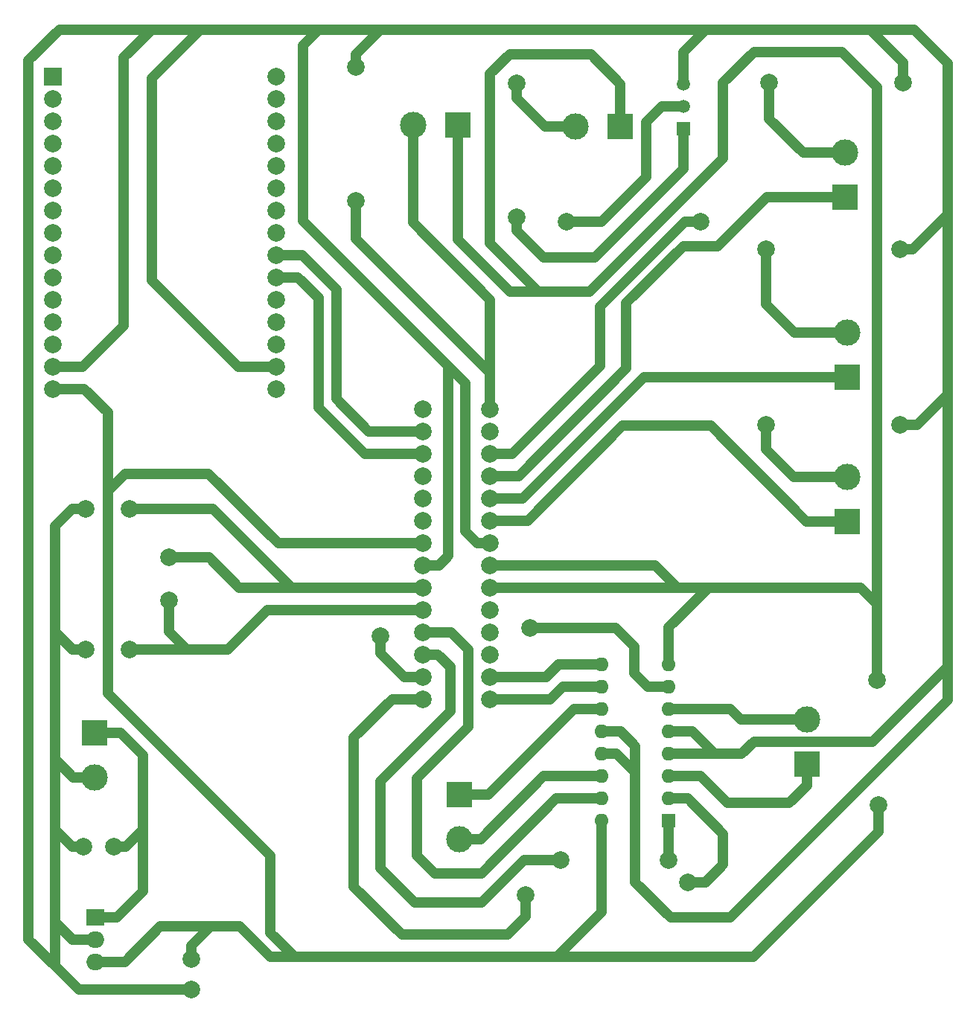
<source format=gbr>
%TF.GenerationSoftware,KiCad,Pcbnew,8.0.7*%
%TF.CreationDate,2025-11-24T17:01:22-03:00*%
%TF.ProjectId,PP,50502e6b-6963-4616-945f-706362585858,rev?*%
%TF.SameCoordinates,Original*%
%TF.FileFunction,Copper,L2,Bot*%
%TF.FilePolarity,Positive*%
%FSLAX46Y46*%
G04 Gerber Fmt 4.6, Leading zero omitted, Abs format (unit mm)*
G04 Created by KiCad (PCBNEW 8.0.7) date 2025-11-24 17:01:22*
%MOMM*%
%LPD*%
G01*
G04 APERTURE LIST*
%TA.AperFunction,ComponentPad*%
%ADD10C,2.000000*%
%TD*%
%TA.AperFunction,ComponentPad*%
%ADD11R,2.000000X1.905000*%
%TD*%
%TA.AperFunction,ComponentPad*%
%ADD12O,2.000000X1.905000*%
%TD*%
%TA.AperFunction,ComponentPad*%
%ADD13R,3.000000X3.000000*%
%TD*%
%TA.AperFunction,ComponentPad*%
%ADD14C,3.000000*%
%TD*%
%TA.AperFunction,ComponentPad*%
%ADD15R,1.500000X1.500000*%
%TD*%
%TA.AperFunction,ComponentPad*%
%ADD16C,1.500000*%
%TD*%
%TA.AperFunction,ComponentPad*%
%ADD17R,1.600000X1.600000*%
%TD*%
%TA.AperFunction,ComponentPad*%
%ADD18O,1.600000X1.600000*%
%TD*%
%TA.AperFunction,ComponentPad*%
%ADD19R,2.000000X2.000000*%
%TD*%
%TA.AperFunction,ViaPad*%
%ADD20C,2.000000*%
%TD*%
%TA.AperFunction,Conductor*%
%ADD21C,1.200000*%
%TD*%
G04 APERTURE END LIST*
D10*
%TO.P,C2,1*%
%TO.N,XTAL2*%
X51500000Y-90500000D03*
%TO.P,C2,2*%
%TO.N,GND*%
X46500000Y-90500000D03*
%TD*%
%TO.P,R2,1*%
%TO.N,GND*%
X139080000Y-44960000D03*
%TO.P,R2,2*%
%TO.N,Net-(J2-Pin_2)*%
X123840000Y-44960000D03*
%TD*%
%TO.P,R3,1*%
%TO.N,GND*%
X139490000Y-26000000D03*
%TO.P,R3,2*%
%TO.N,Net-(J3-Pin_2)*%
X124250000Y-26000000D03*
%TD*%
D11*
%TO.P,U4,1,VI*%
%TO.N,9V*%
X47555000Y-120960000D03*
D12*
%TO.P,U4,2,GND*%
%TO.N,GND*%
X47555000Y-123500000D03*
%TO.P,U4,3,VO*%
%TO.N,5V*%
X47555000Y-126040000D03*
%TD*%
D13*
%TO.P,J6,1,Pin_1*%
%TO.N,OUPUTA*%
X128500000Y-103540000D03*
D14*
%TO.P,J6,2,Pin_2*%
%TO.N,OUPUTA-*%
X128500000Y-98460000D03*
%TD*%
D10*
%TO.P,Y1,1,1*%
%TO.N,XTAL1*%
X56000000Y-80050000D03*
%TO.P,Y1,2,2*%
%TO.N,XTAL2*%
X56000000Y-84930000D03*
%TD*%
D13*
%TO.P,J8,1,Pin_1*%
%TO.N,9V*%
X47500000Y-99960000D03*
D14*
%TO.P,J8,2,Pin_2*%
%TO.N,GND*%
X47500000Y-105040000D03*
%TD*%
D10*
%TO.P,C1,1*%
%TO.N,XTAL1*%
X51500000Y-74500000D03*
%TO.P,C1,2*%
%TO.N,GND*%
X46500000Y-74500000D03*
%TD*%
%TO.P,C3,1*%
%TO.N,9V*%
X49750000Y-112950000D03*
%TO.P,C3,2*%
%TO.N,GND*%
X46250000Y-112950000D03*
%TD*%
D15*
%TO.P,Q1,1,C*%
%TO.N,Net-(Q1-C)*%
X114490652Y-31290994D03*
D16*
%TO.P,Q1,2,B*%
%TO.N,Net-(Q1-B)*%
X114490652Y-28750994D03*
%TO.P,Q1,3,E*%
%TO.N,GND*%
X114490652Y-26210994D03*
%TD*%
D13*
%TO.P,J3,1,Pin_1*%
%TO.N,LED3*%
X132870000Y-39040000D03*
D14*
%TO.P,J3,2,Pin_2*%
%TO.N,Net-(J3-Pin_2)*%
X132870000Y-33960000D03*
%TD*%
D10*
%TO.P,R5,1*%
%TO.N,Net-(J4-Pin_2)*%
X95500000Y-26130000D03*
%TO.P,R5,2*%
%TO.N,Net-(Q1-C)*%
X95500000Y-41370000D03*
%TD*%
%TO.P,R6,1*%
%TO.N,LDR*%
X77250000Y-39490000D03*
%TO.P,R6,2*%
%TO.N,GND*%
X77250000Y-24250000D03*
%TD*%
%TO.P,U1,1,~{RESET}/PC6*%
%TO.N,unconnected-(U1-~{RESET}{slash}PC6-Pad1)*%
X84880000Y-63140000D03*
%TO.P,U1,2,PD0*%
%TO.N,TX*%
X84880000Y-65680000D03*
%TO.P,U1,3,PD1*%
%TO.N,RX*%
X84880000Y-68220000D03*
%TO.P,U1,4,PD2*%
%TO.N,unconnected-(U1-PD2-Pad4)*%
X84880000Y-70760000D03*
%TO.P,U1,5,PD3*%
%TO.N,unconnected-(U1-PD3-Pad5)*%
X84880000Y-73300000D03*
%TO.P,U1,6,PD4*%
%TO.N,unconnected-(U1-PD4-Pad6)*%
X84880000Y-75840000D03*
%TO.P,U1,7,VCC*%
%TO.N,5V*%
X84880000Y-78380000D03*
%TO.P,U1,8,GND*%
%TO.N,GND*%
X84880000Y-80920000D03*
%TO.P,U1,9,XTAL1/PB6*%
%TO.N,XTAL1*%
X84880000Y-83460000D03*
%TO.P,U1,10,XTAL2/PB7*%
%TO.N,XTAL2*%
X84880000Y-86000000D03*
%TO.P,U1,11,PD5*%
%TO.N,IN4B*%
X84880000Y-88540000D03*
%TO.P,U1,12,PD6*%
%TO.N,SPEEDA*%
X84880000Y-91080000D03*
%TO.P,U1,13,PD7*%
%TO.N,IN2A*%
X84880000Y-93620000D03*
%TO.P,U1,14,PB0*%
%TO.N,IN1A*%
X84880000Y-96160000D03*
%TO.P,U1,15,PB1*%
%TO.N,IN3B*%
X92500000Y-96160000D03*
%TO.P,U1,16,PB2*%
%TO.N,SPEEDB*%
X92500000Y-93620000D03*
%TO.P,U1,17,PB3*%
%TO.N,unconnected-(U1-PB3-Pad17)*%
X92500000Y-91080000D03*
%TO.P,U1,18,PB4*%
%TO.N,unconnected-(U1-PB4-Pad18)*%
X92500000Y-88540000D03*
%TO.P,U1,19,PB5*%
%TO.N,unconnected-(U1-PB5-Pad19)*%
X92500000Y-86000000D03*
%TO.P,U1,20,AVCC*%
%TO.N,5V*%
X92500000Y-83460000D03*
%TO.P,U1,21,AREF*%
X92500000Y-80920000D03*
%TO.P,U1,22,GND*%
%TO.N,GND*%
X92500000Y-78380000D03*
%TO.P,U1,23,PC0*%
%TO.N,LED1*%
X92500000Y-75840000D03*
%TO.P,U1,24,PC1*%
%TO.N,LED2*%
X92500000Y-73300000D03*
%TO.P,U1,25,PC2*%
%TO.N,LED3*%
X92500000Y-70760000D03*
%TO.P,U1,26,PC3*%
%TO.N,LAZER*%
X92500000Y-68220000D03*
%TO.P,U1,27,PC4*%
%TO.N,unconnected-(U1-PC4-Pad27)*%
X92500000Y-65680000D03*
%TO.P,U1,28,PC5*%
%TO.N,LDR*%
X92500000Y-63140000D03*
%TD*%
D17*
%TO.P,U2,1,EN1\u002C2*%
%TO.N,SPEEDA*%
X112800000Y-110000000D03*
D18*
%TO.P,U2,2,1A*%
%TO.N,IN1A*%
X112800000Y-107460000D03*
%TO.P,U2,3,1Y*%
%TO.N,OUPUTA*%
X112800000Y-104920000D03*
%TO.P,U2,4,GND*%
%TO.N,GND*%
X112800000Y-102380000D03*
%TO.P,U2,5,GND*%
X112800000Y-99840000D03*
%TO.P,U2,6,2Y*%
%TO.N,OUPUTA-*%
X112800000Y-97300000D03*
%TO.P,U2,7,2A*%
%TO.N,IN2A*%
X112800000Y-94760000D03*
%TO.P,U2,8,VCC2*%
%TO.N,5V*%
X112800000Y-92220000D03*
%TO.P,U2,9,EN3\u002C4*%
%TO.N,SPEEDB*%
X105180000Y-92220000D03*
%TO.P,U2,10,3A*%
%TO.N,IN3B*%
X105180000Y-94760000D03*
%TO.P,U2,11,3Y*%
%TO.N,OUPUTB*%
X105180000Y-97300000D03*
%TO.P,U2,12,GND*%
%TO.N,GND*%
X105180000Y-99840000D03*
%TO.P,U2,13,GND*%
X105180000Y-102380000D03*
%TO.P,U2,14,4Y*%
%TO.N,OUPUTB-*%
X105180000Y-104920000D03*
%TO.P,U2,15,4A*%
%TO.N,IN4B*%
X105180000Y-107460000D03*
%TO.P,U2,16,VCC1*%
%TO.N,5V*%
X105180000Y-110000000D03*
%TD*%
D13*
%TO.P,J7,1,Pin_1*%
%TO.N,OUPUTB*%
X89000000Y-107000000D03*
D14*
%TO.P,J7,2,Pin_2*%
%TO.N,OUPUTB-*%
X89000000Y-112080000D03*
%TD*%
D10*
%TO.P,R1,1*%
%TO.N,GND*%
X139080000Y-64960000D03*
%TO.P,R1,2*%
%TO.N,Net-(J1-Pin_2)*%
X123840000Y-64960000D03*
%TD*%
D13*
%TO.P,J1,1,Pin_1*%
%TO.N,LED1*%
X133080000Y-75960000D03*
D14*
%TO.P,J1,2,Pin_2*%
%TO.N,Net-(J1-Pin_2)*%
X133080000Y-70880000D03*
%TD*%
D19*
%TO.P,U3,1,EN*%
%TO.N,unconnected-(U3-EN-Pad1)*%
X42800000Y-25290000D03*
D10*
%TO.P,U3,2,SENSOR_VP*%
%TO.N,unconnected-(U3-SENSOR_VP-Pad2)*%
X42800000Y-27830000D03*
%TO.P,U3,3,SENSOR_VN*%
%TO.N,unconnected-(U3-SENSOR_VN-Pad3)*%
X42800000Y-30370000D03*
%TO.P,U3,4,IO34*%
%TO.N,unconnected-(U3-IO34-Pad4)*%
X42800000Y-32910000D03*
%TO.P,U3,5,IO35*%
%TO.N,unconnected-(U3-IO35-Pad5)*%
X42800000Y-35450000D03*
%TO.P,U3,6,IO32*%
%TO.N,unconnected-(U3-IO32-Pad6)*%
X42800000Y-37990000D03*
%TO.P,U3,7,IO33*%
%TO.N,unconnected-(U3-IO33-Pad7)*%
X42800000Y-40530000D03*
%TO.P,U3,8,IO25*%
%TO.N,unconnected-(U3-IO25-Pad8)*%
X42800000Y-43070000D03*
%TO.P,U3,9,IO26*%
%TO.N,unconnected-(U3-IO26-Pad9)*%
X42800000Y-45610000D03*
%TO.P,U3,10,IO27*%
%TO.N,unconnected-(U3-IO27-Pad10)*%
X42800000Y-48150000D03*
%TO.P,U3,11,IO14*%
%TO.N,unconnected-(U3-IO14-Pad11)*%
X42800000Y-50690000D03*
%TO.P,U3,12,IO12*%
%TO.N,unconnected-(U3-IO12-Pad12)*%
X42800000Y-53230000D03*
%TO.P,U3,13,IO13*%
%TO.N,unconnected-(U3-IO13-Pad13)*%
X42800000Y-55770000D03*
%TO.P,U3,14,GND*%
%TO.N,GND*%
X42800000Y-58310000D03*
%TO.P,U3,15,VIN*%
%TO.N,5V*%
X42800000Y-60850000D03*
%TO.P,U3,16,3V3*%
%TO.N,unconnected-(U3-3V3-Pad16)*%
X68200000Y-60850000D03*
%TO.P,U3,17,GND*%
%TO.N,GND*%
X68200000Y-58310000D03*
%TO.P,U3,18,IO15*%
%TO.N,unconnected-(U3-IO15-Pad18)*%
X68200000Y-55770000D03*
%TO.P,U3,19,IO2*%
%TO.N,unconnected-(U3-IO2-Pad19)*%
X68200000Y-53230000D03*
%TO.P,U3,20,IO4*%
%TO.N,unconnected-(U3-IO4-Pad20)*%
X68200000Y-50690000D03*
%TO.P,U3,21,IO16*%
%TO.N,RX*%
X68200000Y-48150000D03*
%TO.P,U3,22,IO17*%
%TO.N,TX*%
X68200000Y-45610000D03*
%TO.P,U3,23,IO5*%
%TO.N,unconnected-(U3-IO5-Pad23)*%
X68200000Y-43070000D03*
%TO.P,U3,24,IO18*%
%TO.N,unconnected-(U3-IO18-Pad24)*%
X68200000Y-40530000D03*
%TO.P,U3,25,IO19*%
%TO.N,unconnected-(U3-IO19-Pad25)*%
X68200000Y-37990000D03*
%TO.P,U3,26,IO21*%
%TO.N,unconnected-(U3-IO21-Pad26)*%
X68200000Y-35450000D03*
%TO.P,U3,27,RXD0/IO3*%
%TO.N,unconnected-(U3-RXD0{slash}IO3-Pad27)*%
X68200000Y-32910000D03*
%TO.P,U3,28,TXD0/IO1*%
%TO.N,unconnected-(U3-TXD0{slash}IO1-Pad28)*%
X68200000Y-30370000D03*
%TO.P,U3,29,IO22*%
%TO.N,unconnected-(U3-IO22-Pad29)*%
X68200000Y-27830000D03*
%TO.P,U3,30,IO23*%
%TO.N,unconnected-(U3-IO23-Pad30)*%
X68200000Y-25290000D03*
%TD*%
D13*
%TO.P,J5,1,Pin_1*%
%TO.N,5V*%
X88790000Y-30870000D03*
D14*
%TO.P,J5,2,Pin_2*%
%TO.N,LDR*%
X83710000Y-30870000D03*
%TD*%
D13*
%TO.P,J2,1,Pin_1*%
%TO.N,LED2*%
X133080000Y-59540000D03*
D14*
%TO.P,J2,2,Pin_2*%
%TO.N,Net-(J2-Pin_2)*%
X133080000Y-54460000D03*
%TD*%
D10*
%TO.P,R4,1*%
%TO.N,Net-(Q1-B)*%
X101159904Y-41844575D03*
%TO.P,R4,2*%
%TO.N,LAZER*%
X116399904Y-41844575D03*
%TD*%
D13*
%TO.P,J4,1,Pin_1*%
%TO.N,5V*%
X107290000Y-31000000D03*
D14*
%TO.P,J4,2,Pin_2*%
%TO.N,Net-(J4-Pin_2)*%
X102210000Y-31000000D03*
%TD*%
D10*
%TO.P,C4,1*%
%TO.N,5V*%
X58500000Y-125750000D03*
%TO.P,C4,2*%
%TO.N,GND*%
X58500000Y-129250000D03*
%TD*%
D20*
%TO.N,SPEEDA*%
X112800000Y-114500000D03*
X100500000Y-114500000D03*
%TO.N,IN2A*%
X80000000Y-89000000D03*
X97000000Y-88098902D03*
%TO.N,IN1A*%
X115000000Y-117000000D03*
X96500000Y-118500000D03*
%TO.N,5V*%
X136652000Y-108204000D03*
X136500000Y-93980000D03*
%TD*%
D21*
%TO.N,OUPUTB*%
X102011792Y-97300000D02*
X92311792Y-107000000D01*
X92311792Y-107000000D02*
X89000000Y-107000000D01*
X105180000Y-97300000D02*
X102011792Y-97300000D01*
%TO.N,IN2A*%
X106777691Y-88098902D02*
X97000000Y-88098902D01*
X108875416Y-90196627D02*
X106777691Y-88098902D01*
X108875416Y-93192590D02*
X108875416Y-90196627D01*
X110442826Y-94760000D02*
X108875416Y-93192590D01*
X112800000Y-94760000D02*
X110442826Y-94760000D01*
%TO.N,GND*%
X144500000Y-96292000D02*
X144500000Y-92500000D01*
X113000000Y-121000000D02*
X119792000Y-121000000D01*
X109000000Y-117000000D02*
X113000000Y-121000000D01*
X109000000Y-104500000D02*
X109000000Y-117000000D01*
X119792000Y-121000000D02*
X144500000Y-96292000D01*
%TO.N,LED1*%
X107543731Y-65073856D02*
X96777587Y-75840000D01*
X128469543Y-75960000D02*
X117583399Y-65073856D01*
X117583399Y-65073856D02*
X107543731Y-65073856D01*
X133080000Y-75960000D02*
X128469543Y-75960000D01*
X96777587Y-75840000D02*
X92500000Y-75840000D01*
%TO.N,LED3*%
X118408114Y-44591886D02*
X123960000Y-39040000D01*
X114495267Y-44591886D02*
X118408114Y-44591886D01*
X108000000Y-51087153D02*
X114495267Y-44591886D01*
X95740000Y-70760000D02*
X108000000Y-58500000D01*
X108000000Y-58500000D02*
X108000000Y-51087153D01*
X92500000Y-70760000D02*
X95740000Y-70760000D01*
X123960000Y-39040000D02*
X132870000Y-39040000D01*
%TO.N,SPEEDA*%
X86580000Y-91080000D02*
X84880000Y-91080000D01*
X88000000Y-92500000D02*
X86580000Y-91080000D01*
X88000000Y-97526256D02*
X88000000Y-92500000D01*
X80000000Y-105526256D02*
X88000000Y-97526256D01*
X83915808Y-119341098D02*
X80000000Y-115425290D01*
X80000000Y-115425290D02*
X80000000Y-105526256D01*
X91514657Y-119341098D02*
X83915808Y-119341098D01*
X96355755Y-114500000D02*
X91514657Y-119341098D01*
X100500000Y-114500000D02*
X96355755Y-114500000D01*
%TO.N,IN4B*%
X100040000Y-107460000D02*
X105180000Y-107460000D01*
X86212567Y-116000000D02*
X91500000Y-116000000D01*
X91500000Y-116000000D02*
X100040000Y-107460000D01*
X84201786Y-113989219D02*
X86212567Y-116000000D01*
X90000000Y-90500000D02*
X90000000Y-99366534D01*
X88040000Y-88540000D02*
X90000000Y-90500000D01*
X84880000Y-88540000D02*
X88040000Y-88540000D01*
X90000000Y-99366534D02*
X84201786Y-105164748D01*
X84201786Y-105164748D02*
X84201786Y-113989219D01*
%TO.N,IN1A*%
X77000000Y-100500000D02*
X81340000Y-96160000D01*
X81340000Y-96160000D02*
X84880000Y-96160000D01*
X77000000Y-117500000D02*
X77000000Y-100500000D01*
X82436000Y-122936000D02*
X77000000Y-117500000D01*
X94488000Y-122936000D02*
X82436000Y-122936000D01*
X96500000Y-120924000D02*
X94488000Y-122936000D01*
X96500000Y-118500000D02*
X96500000Y-120924000D01*
%TO.N,GND*%
X101500000Y-20000000D02*
X117000000Y-20000000D01*
X107340000Y-99840000D02*
X109000000Y-101500000D01*
X139080000Y-44960000D02*
X140540000Y-44960000D01*
X105180000Y-102380000D02*
X106880000Y-102380000D01*
X50848313Y-53651687D02*
X50848313Y-23151687D01*
X71250000Y-21750000D02*
X73000000Y-20000000D01*
X105180000Y-99840000D02*
X107340000Y-99840000D01*
X144500000Y-23792535D02*
X144500000Y-41000000D01*
X114490652Y-22509348D02*
X114490652Y-26210994D01*
X118000000Y-102380000D02*
X121120000Y-102380000D01*
X140707465Y-20000000D02*
X144500000Y-23792535D01*
X44950000Y-112950000D02*
X43000000Y-111000000D01*
X40000000Y-123500000D02*
X40000000Y-23500000D01*
X54000000Y-20000000D02*
X73000000Y-20000000D01*
X43000000Y-103000000D02*
X43000000Y-111000000D01*
X121120000Y-102380000D02*
X122500000Y-101000000D01*
X50848313Y-23151687D02*
X54000000Y-20000000D01*
X82500000Y-20000000D02*
X101500000Y-20000000D01*
X122500000Y-101000000D02*
X136000000Y-101000000D01*
X46500000Y-74500000D02*
X45000000Y-74500000D01*
X117000000Y-20000000D02*
X114490652Y-22509348D01*
X42800000Y-58310000D02*
X46190000Y-58310000D01*
X43000000Y-76500000D02*
X43000000Y-88500000D01*
X40000000Y-23500000D02*
X43500000Y-20000000D01*
X135750000Y-20000000D02*
X140707465Y-20000000D01*
X45000000Y-123500000D02*
X43000000Y-121500000D01*
X46250000Y-112950000D02*
X44950000Y-112950000D01*
X43000000Y-126500000D02*
X40000000Y-123500000D01*
X46500000Y-90500000D02*
X45000000Y-90500000D01*
X45750000Y-129250000D02*
X58500000Y-129250000D01*
X43000000Y-111000000D02*
X43000000Y-121500000D01*
X47500000Y-105040000D02*
X45040000Y-105040000D01*
X136000000Y-101000000D02*
X144500000Y-92500000D01*
X144500000Y-92500000D02*
X144500000Y-61500000D01*
X144500000Y-61500000D02*
X141040000Y-64960000D01*
X54000000Y-25500000D02*
X59500000Y-20000000D01*
X115460000Y-99840000D02*
X118000000Y-102380000D01*
X112800000Y-99840000D02*
X115460000Y-99840000D01*
X45000000Y-90500000D02*
X43000000Y-88500000D01*
X117000000Y-20000000D02*
X124000000Y-20000000D01*
X43000000Y-121500000D02*
X43000000Y-126500000D01*
X46190000Y-58310000D02*
X50848313Y-53651687D01*
X124000000Y-20000000D02*
X135750000Y-20000000D01*
X45040000Y-105040000D02*
X43000000Y-103000000D01*
X80000000Y-20000000D02*
X82500000Y-20000000D01*
X139490000Y-23740000D02*
X135750000Y-20000000D01*
X141040000Y-64960000D02*
X139080000Y-64960000D01*
X140540000Y-44960000D02*
X144500000Y-41000000D01*
X106880000Y-102380000D02*
X109000000Y-104500000D01*
X77250000Y-24250000D02*
X77250000Y-22750000D01*
X47555000Y-123500000D02*
X45000000Y-123500000D01*
X73000000Y-20000000D02*
X80000000Y-20000000D01*
X43500000Y-20000000D02*
X54000000Y-20000000D01*
X71250000Y-41750000D02*
X71250000Y-21750000D01*
X77250000Y-22750000D02*
X80000000Y-20000000D01*
X109000000Y-101500000D02*
X109000000Y-104500000D01*
X144500000Y-41000000D02*
X144500000Y-61500000D01*
X43000000Y-126500000D02*
X45750000Y-129250000D01*
X43000000Y-88500000D02*
X43000000Y-103000000D01*
X45000000Y-74500000D02*
X43000000Y-76500000D01*
X54000000Y-48500000D02*
X54000000Y-25500000D01*
X63810000Y-58310000D02*
X54000000Y-48500000D01*
X139490000Y-26000000D02*
X139490000Y-23740000D01*
X87750000Y-58250000D02*
X71250000Y-41750000D01*
X68200000Y-58310000D02*
X63810000Y-58310000D01*
X112800000Y-102380000D02*
X118000000Y-102380000D01*
%TO.N,XTAL1*%
X63960000Y-83460000D02*
X69960000Y-83460000D01*
X61000000Y-74500000D02*
X69960000Y-83460000D01*
X60550000Y-80050000D02*
X63960000Y-83460000D01*
X51500000Y-74500000D02*
X61000000Y-74500000D01*
X69960000Y-83460000D02*
X84880000Y-83460000D01*
X56000000Y-80050000D02*
X60550000Y-80050000D01*
%TO.N,XTAL2*%
X67125000Y-86000000D02*
X84880000Y-86000000D01*
X56000000Y-88500000D02*
X58000000Y-90500000D01*
X62625000Y-90500000D02*
X67125000Y-86000000D01*
X51500000Y-90500000D02*
X58000000Y-90500000D01*
X58000000Y-90500000D02*
X62625000Y-90500000D01*
X56000000Y-84930000D02*
X56000000Y-88500000D01*
%TO.N,9V*%
X47500000Y-99960000D02*
X50460000Y-99960000D01*
X53000000Y-118000000D02*
X50040000Y-120960000D01*
X53000000Y-102500000D02*
X53000000Y-111000000D01*
X51050000Y-112950000D02*
X53000000Y-111000000D01*
X53000000Y-111000000D02*
X53000000Y-118000000D01*
X50460000Y-99960000D02*
X53000000Y-102500000D01*
X49750000Y-112950000D02*
X51050000Y-112950000D01*
X50040000Y-120960000D02*
X47555000Y-120960000D01*
%TO.N,5V*%
X68380000Y-78380000D02*
X60500000Y-70500000D01*
X67500000Y-114000000D02*
X67500000Y-122750000D01*
X94714658Y-22785342D02*
X92500000Y-25000000D01*
X107290000Y-26133045D02*
X103942297Y-22785342D01*
X49000000Y-68500000D02*
X49000000Y-71000000D01*
X58500000Y-124250000D02*
X58500000Y-125750000D01*
X49000000Y-71000000D02*
X49000000Y-95500000D01*
X50989388Y-70500000D02*
X49000000Y-72489388D01*
X60500000Y-70500000D02*
X50989388Y-70500000D01*
X67500000Y-122750000D02*
X70250000Y-125500000D01*
X49000000Y-95500000D02*
X67500000Y-114000000D01*
X92500000Y-25000000D02*
X92500000Y-44268659D01*
X92500000Y-44268659D02*
X98000000Y-49768659D01*
X42800000Y-60850000D02*
X46350000Y-60850000D01*
X60750000Y-122000000D02*
X58500000Y-124250000D01*
X49000000Y-63500000D02*
X49000000Y-68500000D01*
X107290000Y-31000000D02*
X107290000Y-26133045D01*
X103942297Y-22785342D02*
X94714658Y-22785342D01*
X46350000Y-60850000D02*
X49000000Y-63500000D01*
%TO.N,Net-(J1-Pin_2)*%
X123840000Y-67710000D02*
X123840000Y-64960000D01*
X127010000Y-70880000D02*
X123840000Y-67710000D01*
X133080000Y-70880000D02*
X127010000Y-70880000D01*
%TO.N,Net-(J2-Pin_2)*%
X133080000Y-54460000D02*
X127090000Y-54460000D01*
X123840000Y-51210000D02*
X123840000Y-44960000D01*
X127090000Y-54460000D02*
X123840000Y-51210000D01*
%TO.N,LED2*%
X109960000Y-59540000D02*
X96200000Y-73300000D01*
X133080000Y-59540000D02*
X109960000Y-59540000D01*
X96200000Y-73300000D02*
X92500000Y-73300000D01*
%TO.N,Net-(J3-Pin_2)*%
X128090000Y-33960000D02*
X124250000Y-30120000D01*
X124250000Y-30120000D02*
X124250000Y-26000000D01*
X132870000Y-33960000D02*
X128090000Y-33960000D01*
%TO.N,Net-(J4-Pin_2)*%
X98750000Y-31000000D02*
X102210000Y-31000000D01*
X95500000Y-26130000D02*
X95500000Y-27750000D01*
X95500000Y-27750000D02*
X98750000Y-31000000D01*
%TO.N,LDR*%
X92500000Y-63140000D02*
X92500000Y-59000000D01*
X77250000Y-39490000D02*
X77250000Y-43750000D01*
X92500000Y-59000000D02*
X92500000Y-50750000D01*
X92500000Y-50750000D02*
X83710000Y-41960000D01*
X77250000Y-43750000D02*
X92500000Y-59000000D01*
X83710000Y-41960000D02*
X83710000Y-30870000D01*
%TO.N,OUPUTA*%
X126500000Y-108000000D02*
X128500000Y-106000000D01*
X116420000Y-104920000D02*
X119500000Y-108000000D01*
X112800000Y-104920000D02*
X116420000Y-104920000D01*
X119500000Y-108000000D02*
X126500000Y-108000000D01*
X128500000Y-106000000D02*
X128500000Y-103540000D01*
%TO.N,OUPUTA-*%
X112800000Y-97300000D02*
X119800000Y-97300000D01*
X128460000Y-98500000D02*
X128500000Y-98460000D01*
X119800000Y-97300000D02*
X121000000Y-98500000D01*
X121000000Y-98500000D02*
X128460000Y-98500000D01*
%TO.N,OUPUTB-*%
X98580000Y-104920000D02*
X105180000Y-104920000D01*
X91420000Y-112080000D02*
X98580000Y-104920000D01*
X89000000Y-112080000D02*
X91420000Y-112080000D01*
%TO.N,Net-(Q1-C)*%
X104385951Y-45906582D02*
X114490652Y-35801881D01*
X98593185Y-45906582D02*
X104385951Y-45906582D01*
X95500000Y-42813397D02*
X98593185Y-45906582D01*
X95500000Y-41370000D02*
X95500000Y-42813397D01*
X114490652Y-35801881D02*
X114490652Y-31290994D01*
%TO.N,Net-(Q1-B)*%
X105179531Y-41844575D02*
X110262169Y-36761937D01*
X110262169Y-30480813D02*
X111991988Y-28750994D01*
X110262169Y-36761937D02*
X110262169Y-30480813D01*
X101159904Y-41844575D02*
X105179531Y-41844575D01*
X111991988Y-28750994D02*
X114490652Y-28750994D01*
%TO.N,LAZER*%
X114614047Y-41844575D02*
X116399904Y-41844575D01*
X95030000Y-68220000D02*
X105000000Y-58250000D01*
X105000000Y-51458622D02*
X114614047Y-41844575D01*
X105000000Y-58250000D02*
X105000000Y-51458622D01*
X92500000Y-68220000D02*
X95030000Y-68220000D01*
%TO.N,SPEEDA*%
X112800000Y-110000000D02*
X112800000Y-114500000D01*
%TO.N,IN2A*%
X82719368Y-93620000D02*
X80000000Y-90900632D01*
X80000000Y-90900632D02*
X80000000Y-89000000D01*
X84880000Y-93620000D02*
X82719368Y-93620000D01*
%TO.N,TX*%
X78680000Y-65680000D02*
X84880000Y-65680000D01*
X71110000Y-45610000D02*
X75000000Y-49500000D01*
X75000000Y-62000000D02*
X78680000Y-65680000D01*
X68200000Y-45610000D02*
X71110000Y-45610000D01*
X75000000Y-49500000D02*
X75000000Y-62000000D01*
%TO.N,SPEEDB*%
X100293263Y-92220000D02*
X105180000Y-92220000D01*
X92500000Y-93620000D02*
X98893263Y-93620000D01*
X98893263Y-93620000D02*
X100293263Y-92220000D01*
%TO.N,RX*%
X68200000Y-48150000D02*
X70650000Y-48150000D01*
X73000000Y-63000000D02*
X78220000Y-68220000D01*
X73000000Y-50500000D02*
X73000000Y-63000000D01*
X70650000Y-48150000D02*
X73000000Y-50500000D01*
X78220000Y-68220000D02*
X84880000Y-68220000D01*
%TO.N,IN3B*%
X99340000Y-96160000D02*
X100740000Y-94760000D01*
X92500000Y-96160000D02*
X99340000Y-96160000D01*
X100740000Y-94760000D02*
X105180000Y-94760000D01*
%TO.N,IN1A*%
X115000000Y-117000000D02*
X117000000Y-117000000D01*
X117000000Y-117000000D02*
X119000000Y-115000000D01*
X119000000Y-115000000D02*
X119000000Y-111500000D01*
X114960000Y-107460000D02*
X112800000Y-107460000D01*
X119000000Y-111500000D02*
X114960000Y-107460000D01*
%TO.N,5V*%
X92500000Y-83460000D02*
X113792000Y-83460000D01*
X111252000Y-80920000D02*
X113792000Y-83460000D01*
X113792000Y-83460000D02*
X117348000Y-83460000D01*
X112800000Y-92220000D02*
X112800000Y-88008000D01*
X112800000Y-88008000D02*
X117348000Y-83460000D01*
X84880000Y-78380000D02*
X68380000Y-78380000D01*
X92500000Y-80920000D02*
X111252000Y-80920000D01*
%TO.N,GND*%
X92500000Y-78380000D02*
X91019476Y-78380000D01*
X89706379Y-77066903D02*
X89706379Y-60206379D01*
X91019476Y-78380000D02*
X89706379Y-77066903D01*
X89706379Y-60206379D02*
X87750000Y-58250000D01*
%TO.N,5V*%
X136500000Y-93980000D02*
X136500000Y-26500000D01*
X122500000Y-22500000D02*
X119000000Y-26000000D01*
X136500000Y-26500000D02*
X132500000Y-22500000D01*
X132500000Y-22500000D02*
X122500000Y-22500000D01*
X119000000Y-34603616D02*
X103834957Y-49768659D01*
X103834957Y-49768659D02*
X94732851Y-49768659D01*
X119000000Y-26000000D02*
X119000000Y-34603616D01*
X94732851Y-49768659D02*
X88790000Y-43825808D01*
X88790000Y-43825808D02*
X88790000Y-30870000D01*
X97536000Y-125476000D02*
X97512000Y-125500000D01*
X64000000Y-122000000D02*
X55000000Y-122000000D01*
X136652000Y-108204000D02*
X136652000Y-111252000D01*
X136652000Y-111252000D02*
X122428000Y-125476000D01*
X97512000Y-125500000D02*
X67500000Y-125500000D01*
X67500000Y-125500000D02*
X64000000Y-122000000D01*
X55000000Y-122000000D02*
X50960000Y-126040000D01*
X50960000Y-126040000D02*
X47555000Y-126040000D01*
X117348000Y-83460000D02*
X134616000Y-83460000D01*
X134616000Y-83460000D02*
X136500000Y-85344000D01*
X105180000Y-110000000D02*
X105180000Y-120372000D01*
X122428000Y-125476000D02*
X100076000Y-125476000D01*
X100076000Y-125476000D02*
X97536000Y-125476000D01*
X105180000Y-120372000D02*
X100076000Y-125476000D01*
%TO.N,GND*%
X87750000Y-79890405D02*
X87750000Y-58250000D01*
X84880000Y-80920000D02*
X86720405Y-80920000D01*
X86720405Y-80920000D02*
X87750000Y-79890405D01*
%TD*%
M02*

</source>
